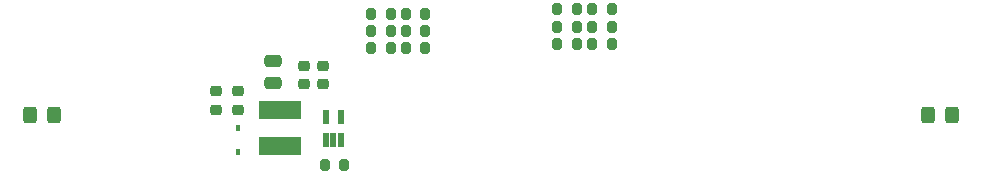
<source format=gtp>
%TF.GenerationSoftware,KiCad,Pcbnew,(6.0.6)*%
%TF.CreationDate,2022-07-17T20:06:38+03:00*%
%TF.ProjectId,Sensor,53656e73-6f72-42e6-9b69-6361645f7063,rev?*%
%TF.SameCoordinates,Original*%
%TF.FileFunction,Paste,Top*%
%TF.FilePolarity,Positive*%
%FSLAX46Y46*%
G04 Gerber Fmt 4.6, Leading zero omitted, Abs format (unit mm)*
G04 Created by KiCad (PCBNEW (6.0.6)) date 2022-07-17 20:06:38*
%MOMM*%
%LPD*%
G01*
G04 APERTURE LIST*
G04 Aperture macros list*
%AMRoundRect*
0 Rectangle with rounded corners*
0 $1 Rounding radius*
0 $2 $3 $4 $5 $6 $7 $8 $9 X,Y pos of 4 corners*
0 Add a 4 corners polygon primitive as box body*
4,1,4,$2,$3,$4,$5,$6,$7,$8,$9,$2,$3,0*
0 Add four circle primitives for the rounded corners*
1,1,$1+$1,$2,$3*
1,1,$1+$1,$4,$5*
1,1,$1+$1,$6,$7*
1,1,$1+$1,$8,$9*
0 Add four rect primitives between the rounded corners*
20,1,$1+$1,$2,$3,$4,$5,0*
20,1,$1+$1,$4,$5,$6,$7,0*
20,1,$1+$1,$6,$7,$8,$9,0*
20,1,$1+$1,$8,$9,$2,$3,0*%
G04 Aperture macros list end*
%ADD10RoundRect,0.250000X-0.475000X0.250000X-0.475000X-0.250000X0.475000X-0.250000X0.475000X0.250000X0*%
%ADD11RoundRect,0.225000X0.250000X-0.225000X0.250000X0.225000X-0.250000X0.225000X-0.250000X-0.225000X0*%
%ADD12R,0.450000X0.600000*%
%ADD13R,3.600000X1.500000*%
%ADD14RoundRect,0.200000X0.200000X0.275000X-0.200000X0.275000X-0.200000X-0.275000X0.200000X-0.275000X0*%
%ADD15RoundRect,0.020000X0.180000X-0.575000X0.180000X0.575000X-0.180000X0.575000X-0.180000X-0.575000X0*%
%ADD16RoundRect,0.250000X-0.325000X-0.450000X0.325000X-0.450000X0.325000X0.450000X-0.325000X0.450000X0*%
%ADD17RoundRect,0.200000X-0.200000X-0.275000X0.200000X-0.275000X0.200000X0.275000X-0.200000X0.275000X0*%
G04 APERTURE END LIST*
D10*
X151530000Y-108380000D03*
X151530000Y-110280000D03*
D11*
X148540000Y-112525000D03*
X148540000Y-110975000D03*
D12*
X148540000Y-114030000D03*
X148540000Y-116130000D03*
D13*
X152090000Y-112555000D03*
X152090000Y-115605000D03*
D14*
X157545000Y-117220000D03*
X155895000Y-117220000D03*
D15*
X155990000Y-115090000D03*
X156640000Y-115090000D03*
X157290000Y-115090000D03*
X157290000Y-113170000D03*
X155990000Y-113170000D03*
D11*
X155750000Y-110385000D03*
X155750000Y-108835000D03*
D14*
X177245000Y-104020000D03*
X175595000Y-104020000D03*
D16*
X130975000Y-113000000D03*
X133025000Y-113000000D03*
D14*
X177255000Y-106940000D03*
X175605000Y-106940000D03*
D17*
X162795000Y-104390000D03*
X164445000Y-104390000D03*
D11*
X146700000Y-112525000D03*
X146700000Y-110975000D03*
D14*
X161485000Y-104390000D03*
X159835000Y-104390000D03*
X177255000Y-105480000D03*
X175605000Y-105480000D03*
D17*
X178565000Y-105480000D03*
X180215000Y-105480000D03*
X178565000Y-104020000D03*
X180215000Y-104020000D03*
X162795000Y-105860000D03*
X164445000Y-105860000D03*
X162795000Y-107320000D03*
X164445000Y-107320000D03*
D14*
X161485000Y-107320000D03*
X159835000Y-107320000D03*
D16*
X206975000Y-113000000D03*
X209025000Y-113000000D03*
D14*
X161485000Y-105860000D03*
X159835000Y-105860000D03*
D17*
X178565000Y-106940000D03*
X180215000Y-106940000D03*
D11*
X154190000Y-110385000D03*
X154190000Y-108835000D03*
M02*

</source>
